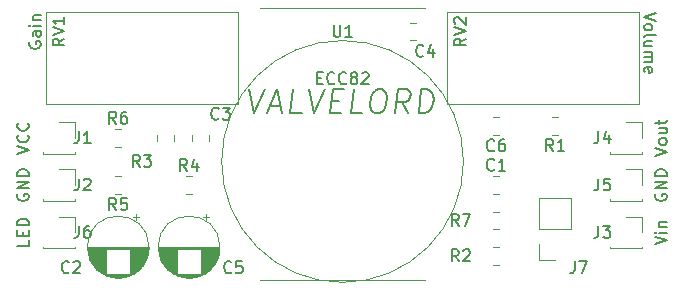
<source format=gbr>
%TF.GenerationSoftware,KiCad,Pcbnew,5.1.9-73d0e3b20d~88~ubuntu20.04.1*%
%TF.CreationDate,2021-05-22T18:00:36+02:00*%
%TF.ProjectId,ValveLord,56616c76-654c-46f7-9264-2e6b69636164,rev?*%
%TF.SameCoordinates,Original*%
%TF.FileFunction,Legend,Top*%
%TF.FilePolarity,Positive*%
%FSLAX46Y46*%
G04 Gerber Fmt 4.6, Leading zero omitted, Abs format (unit mm)*
G04 Created by KiCad (PCBNEW 5.1.9-73d0e3b20d~88~ubuntu20.04.1) date 2021-05-22 18:00:36*
%MOMM*%
%LPD*%
G01*
G04 APERTURE LIST*
%ADD10C,0.120000*%
%ADD11C,0.150000*%
G04 APERTURE END LIST*
D10*
X212000000Y-100000000D02*
X198000000Y-100000000D01*
X212000000Y-123000000D02*
X198000000Y-123000000D01*
D11*
X197109836Y-106904761D02*
X197526502Y-108904761D01*
X198443169Y-106904761D01*
X198836026Y-108333333D02*
X199788407Y-108333333D01*
X198574122Y-108904761D02*
X199490788Y-106904761D01*
X199907455Y-108904761D01*
X201526502Y-108904761D02*
X200574122Y-108904761D01*
X200824122Y-106904761D01*
X202157455Y-106904761D02*
X202574122Y-108904761D01*
X203490788Y-106904761D01*
X204038407Y-107857142D02*
X204705074Y-107857142D01*
X204859836Y-108904761D02*
X203907455Y-108904761D01*
X204157455Y-106904761D01*
X205109836Y-106904761D01*
X206669360Y-108904761D02*
X205716979Y-108904761D01*
X205966979Y-106904761D01*
X207966979Y-106904761D02*
X208347931Y-106904761D01*
X208526502Y-107000000D01*
X208693169Y-107190476D01*
X208740788Y-107571428D01*
X208657455Y-108238095D01*
X208514598Y-108619047D01*
X208300312Y-108809523D01*
X208097931Y-108904761D01*
X207716979Y-108904761D01*
X207538407Y-108809523D01*
X207371741Y-108619047D01*
X207324122Y-108238095D01*
X207407455Y-107571428D01*
X207550312Y-107190476D01*
X207764598Y-107000000D01*
X207966979Y-106904761D01*
X210574122Y-108904761D02*
X210026502Y-107952380D01*
X209431264Y-108904761D02*
X209681264Y-106904761D01*
X210443169Y-106904761D01*
X210621741Y-107000000D01*
X210705074Y-107095238D01*
X210776502Y-107285714D01*
X210740788Y-107571428D01*
X210621741Y-107761904D01*
X210514598Y-107857142D01*
X210312217Y-107952380D01*
X209550312Y-107952380D01*
X211431264Y-108904761D02*
X211681264Y-106904761D01*
X212157455Y-106904761D01*
X212431264Y-107000000D01*
X212597931Y-107190476D01*
X212669360Y-107380952D01*
X212716979Y-107761904D01*
X212681264Y-108047619D01*
X212538407Y-108428571D01*
X212419360Y-108619047D01*
X212205074Y-108809523D01*
X211907455Y-108904761D01*
X211431264Y-108904761D01*
X231547619Y-100404761D02*
X230547619Y-100738095D01*
X231547619Y-101071428D01*
X230547619Y-101547619D02*
X230595238Y-101452380D01*
X230642857Y-101404761D01*
X230738095Y-101357142D01*
X231023809Y-101357142D01*
X231119047Y-101404761D01*
X231166666Y-101452380D01*
X231214285Y-101547619D01*
X231214285Y-101690476D01*
X231166666Y-101785714D01*
X231119047Y-101833333D01*
X231023809Y-101880952D01*
X230738095Y-101880952D01*
X230642857Y-101833333D01*
X230595238Y-101785714D01*
X230547619Y-101690476D01*
X230547619Y-101547619D01*
X230547619Y-102452380D02*
X230595238Y-102357142D01*
X230690476Y-102309523D01*
X231547619Y-102309523D01*
X231214285Y-103261904D02*
X230547619Y-103261904D01*
X231214285Y-102833333D02*
X230690476Y-102833333D01*
X230595238Y-102880952D01*
X230547619Y-102976190D01*
X230547619Y-103119047D01*
X230595238Y-103214285D01*
X230642857Y-103261904D01*
X230547619Y-103738095D02*
X231214285Y-103738095D01*
X231119047Y-103738095D02*
X231166666Y-103785714D01*
X231214285Y-103880952D01*
X231214285Y-104023809D01*
X231166666Y-104119047D01*
X231071428Y-104166666D01*
X230547619Y-104166666D01*
X231071428Y-104166666D02*
X231166666Y-104214285D01*
X231214285Y-104309523D01*
X231214285Y-104452380D01*
X231166666Y-104547619D01*
X231071428Y-104595238D01*
X230547619Y-104595238D01*
X230595238Y-105452380D02*
X230547619Y-105357142D01*
X230547619Y-105166666D01*
X230595238Y-105071428D01*
X230690476Y-105023809D01*
X231071428Y-105023809D01*
X231166666Y-105071428D01*
X231214285Y-105166666D01*
X231214285Y-105357142D01*
X231166666Y-105452380D01*
X231071428Y-105500000D01*
X230976190Y-105500000D01*
X230880952Y-105023809D01*
X178500000Y-102880952D02*
X178452380Y-102976190D01*
X178452380Y-103119047D01*
X178500000Y-103261904D01*
X178595238Y-103357142D01*
X178690476Y-103404761D01*
X178880952Y-103452380D01*
X179023809Y-103452380D01*
X179214285Y-103404761D01*
X179309523Y-103357142D01*
X179404761Y-103261904D01*
X179452380Y-103119047D01*
X179452380Y-103023809D01*
X179404761Y-102880952D01*
X179357142Y-102833333D01*
X179023809Y-102833333D01*
X179023809Y-103023809D01*
X179452380Y-101976190D02*
X178928571Y-101976190D01*
X178833333Y-102023809D01*
X178785714Y-102119047D01*
X178785714Y-102309523D01*
X178833333Y-102404761D01*
X179404761Y-101976190D02*
X179452380Y-102071428D01*
X179452380Y-102309523D01*
X179404761Y-102404761D01*
X179309523Y-102452380D01*
X179214285Y-102452380D01*
X179119047Y-102404761D01*
X179071428Y-102309523D01*
X179071428Y-102071428D01*
X179023809Y-101976190D01*
X179452380Y-101500000D02*
X178785714Y-101500000D01*
X178452380Y-101500000D02*
X178500000Y-101547619D01*
X178547619Y-101500000D01*
X178500000Y-101452380D01*
X178452380Y-101500000D01*
X178547619Y-101500000D01*
X178785714Y-101023809D02*
X179452380Y-101023809D01*
X178880952Y-101023809D02*
X178833333Y-100976190D01*
X178785714Y-100880952D01*
X178785714Y-100738095D01*
X178833333Y-100642857D01*
X178928571Y-100595238D01*
X179452380Y-100595238D01*
D10*
%TO.C,RV2*%
X218380000Y-100380000D02*
X225620000Y-100380000D01*
X213880000Y-100380000D02*
X230120000Y-100380000D01*
X213880000Y-108120000D02*
X230120000Y-108120000D01*
X230120000Y-108120000D02*
X230120000Y-100380000D01*
X213880000Y-108120000D02*
X213880000Y-100380000D01*
%TO.C,RV1*%
X184380000Y-100380000D02*
X191620000Y-100380000D01*
X179880000Y-100380000D02*
X196120000Y-100380000D01*
X179880000Y-108120000D02*
X196120000Y-108120000D01*
X196120000Y-108120000D02*
X196120000Y-100380000D01*
X179880000Y-108120000D02*
X179880000Y-100380000D01*
%TO.C,U1*%
X215239067Y-113000000D02*
G75*
G03*
X215239067Y-113000000I-10239067J0D01*
G01*
%TO.C,J7*%
X223000000Y-121330000D02*
X221670000Y-121330000D01*
X221670000Y-121330000D02*
X221670000Y-120000000D01*
X221670000Y-118730000D02*
X221670000Y-116130000D01*
X224330000Y-116130000D02*
X221670000Y-116130000D01*
X224330000Y-118730000D02*
X224330000Y-116130000D01*
X224330000Y-118730000D02*
X221670000Y-118730000D01*
%TO.C,R4*%
X191772936Y-115735000D02*
X192227064Y-115735000D01*
X191772936Y-114265000D02*
X192227064Y-114265000D01*
%TO.C,R3*%
X189265000Y-110772936D02*
X189265000Y-111227064D01*
X190735000Y-110772936D02*
X190735000Y-111227064D01*
%TO.C,R2*%
X218227064Y-120265000D02*
X217772936Y-120265000D01*
X218227064Y-121735000D02*
X217772936Y-121735000D01*
%TO.C,R1*%
X223227064Y-109265000D02*
X222772936Y-109265000D01*
X223227064Y-110735000D02*
X222772936Y-110735000D01*
%TO.C,C4*%
X211261252Y-101265000D02*
X210738748Y-101265000D01*
X211261252Y-102735000D02*
X210738748Y-102735000D01*
%TO.C,C3*%
X192265000Y-110738748D02*
X192265000Y-111261252D01*
X193735000Y-110738748D02*
X193735000Y-111261252D01*
%TO.C,C1*%
X217738748Y-115735000D02*
X218261252Y-115735000D01*
X217738748Y-114265000D02*
X218261252Y-114265000D01*
%TO.C,R7*%
X218227064Y-117265000D02*
X217772936Y-117265000D01*
X218227064Y-118735000D02*
X217772936Y-118735000D01*
%TO.C,R6*%
X185772936Y-111735000D02*
X186227064Y-111735000D01*
X185772936Y-110265000D02*
X186227064Y-110265000D01*
%TO.C,R5*%
X186227064Y-114265000D02*
X185772936Y-114265000D01*
X186227064Y-115735000D02*
X185772936Y-115735000D01*
%TO.C,J6*%
X181000000Y-117670000D02*
X182330000Y-117670000D01*
X182330000Y-117670000D02*
X182330000Y-119000000D01*
X182330000Y-120210000D02*
X182330000Y-120330000D01*
X179670000Y-120210000D02*
X179670000Y-120330000D01*
X179670000Y-120330000D02*
X182330000Y-120330000D01*
%TO.C,C6*%
X218261252Y-109265000D02*
X217738748Y-109265000D01*
X218261252Y-110735000D02*
X217738748Y-110735000D01*
%TO.C,C5*%
X193725000Y-117695225D02*
X193225000Y-117695225D01*
X193475000Y-117445225D02*
X193475000Y-117945225D01*
X192284000Y-122851000D02*
X191716000Y-122851000D01*
X192518000Y-122811000D02*
X191482000Y-122811000D01*
X192677000Y-122771000D02*
X191323000Y-122771000D01*
X192805000Y-122731000D02*
X191195000Y-122731000D01*
X192915000Y-122691000D02*
X191085000Y-122691000D01*
X193011000Y-122651000D02*
X190989000Y-122651000D01*
X193098000Y-122611000D02*
X190902000Y-122611000D01*
X193178000Y-122571000D02*
X190822000Y-122571000D01*
X190960000Y-122531000D02*
X190749000Y-122531000D01*
X193251000Y-122531000D02*
X193040000Y-122531000D01*
X190960000Y-122491000D02*
X190681000Y-122491000D01*
X193319000Y-122491000D02*
X193040000Y-122491000D01*
X190960000Y-122451000D02*
X190617000Y-122451000D01*
X193383000Y-122451000D02*
X193040000Y-122451000D01*
X190960000Y-122411000D02*
X190557000Y-122411000D01*
X193443000Y-122411000D02*
X193040000Y-122411000D01*
X190960000Y-122371000D02*
X190500000Y-122371000D01*
X193500000Y-122371000D02*
X193040000Y-122371000D01*
X190960000Y-122331000D02*
X190446000Y-122331000D01*
X193554000Y-122331000D02*
X193040000Y-122331000D01*
X190960000Y-122291000D02*
X190395000Y-122291000D01*
X193605000Y-122291000D02*
X193040000Y-122291000D01*
X190960000Y-122251000D02*
X190347000Y-122251000D01*
X193653000Y-122251000D02*
X193040000Y-122251000D01*
X190960000Y-122211000D02*
X190301000Y-122211000D01*
X193699000Y-122211000D02*
X193040000Y-122211000D01*
X190960000Y-122171000D02*
X190257000Y-122171000D01*
X193743000Y-122171000D02*
X193040000Y-122171000D01*
X190960000Y-122131000D02*
X190215000Y-122131000D01*
X193785000Y-122131000D02*
X193040000Y-122131000D01*
X190960000Y-122091000D02*
X190174000Y-122091000D01*
X193826000Y-122091000D02*
X193040000Y-122091000D01*
X190960000Y-122051000D02*
X190136000Y-122051000D01*
X193864000Y-122051000D02*
X193040000Y-122051000D01*
X190960000Y-122011000D02*
X190099000Y-122011000D01*
X193901000Y-122011000D02*
X193040000Y-122011000D01*
X190960000Y-121971000D02*
X190063000Y-121971000D01*
X193937000Y-121971000D02*
X193040000Y-121971000D01*
X190960000Y-121931000D02*
X190029000Y-121931000D01*
X193971000Y-121931000D02*
X193040000Y-121931000D01*
X190960000Y-121891000D02*
X189996000Y-121891000D01*
X194004000Y-121891000D02*
X193040000Y-121891000D01*
X190960000Y-121851000D02*
X189965000Y-121851000D01*
X194035000Y-121851000D02*
X193040000Y-121851000D01*
X190960000Y-121811000D02*
X189935000Y-121811000D01*
X194065000Y-121811000D02*
X193040000Y-121811000D01*
X190960000Y-121771000D02*
X189905000Y-121771000D01*
X194095000Y-121771000D02*
X193040000Y-121771000D01*
X190960000Y-121731000D02*
X189878000Y-121731000D01*
X194122000Y-121731000D02*
X193040000Y-121731000D01*
X190960000Y-121691000D02*
X189851000Y-121691000D01*
X194149000Y-121691000D02*
X193040000Y-121691000D01*
X190960000Y-121651000D02*
X189825000Y-121651000D01*
X194175000Y-121651000D02*
X193040000Y-121651000D01*
X190960000Y-121611000D02*
X189800000Y-121611000D01*
X194200000Y-121611000D02*
X193040000Y-121611000D01*
X190960000Y-121571000D02*
X189776000Y-121571000D01*
X194224000Y-121571000D02*
X193040000Y-121571000D01*
X190960000Y-121531000D02*
X189753000Y-121531000D01*
X194247000Y-121531000D02*
X193040000Y-121531000D01*
X190960000Y-121491000D02*
X189732000Y-121491000D01*
X194268000Y-121491000D02*
X193040000Y-121491000D01*
X190960000Y-121451000D02*
X189710000Y-121451000D01*
X194290000Y-121451000D02*
X193040000Y-121451000D01*
X190960000Y-121411000D02*
X189690000Y-121411000D01*
X194310000Y-121411000D02*
X193040000Y-121411000D01*
X190960000Y-121371000D02*
X189671000Y-121371000D01*
X194329000Y-121371000D02*
X193040000Y-121371000D01*
X190960000Y-121331000D02*
X189652000Y-121331000D01*
X194348000Y-121331000D02*
X193040000Y-121331000D01*
X190960000Y-121291000D02*
X189635000Y-121291000D01*
X194365000Y-121291000D02*
X193040000Y-121291000D01*
X190960000Y-121251000D02*
X189618000Y-121251000D01*
X194382000Y-121251000D02*
X193040000Y-121251000D01*
X190960000Y-121211000D02*
X189602000Y-121211000D01*
X194398000Y-121211000D02*
X193040000Y-121211000D01*
X190960000Y-121171000D02*
X189586000Y-121171000D01*
X194414000Y-121171000D02*
X193040000Y-121171000D01*
X190960000Y-121131000D02*
X189572000Y-121131000D01*
X194428000Y-121131000D02*
X193040000Y-121131000D01*
X190960000Y-121091000D02*
X189558000Y-121091000D01*
X194442000Y-121091000D02*
X193040000Y-121091000D01*
X190960000Y-121051000D02*
X189545000Y-121051000D01*
X194455000Y-121051000D02*
X193040000Y-121051000D01*
X190960000Y-121011000D02*
X189532000Y-121011000D01*
X194468000Y-121011000D02*
X193040000Y-121011000D01*
X190960000Y-120971000D02*
X189520000Y-120971000D01*
X194480000Y-120971000D02*
X193040000Y-120971000D01*
X190960000Y-120930000D02*
X189509000Y-120930000D01*
X194491000Y-120930000D02*
X193040000Y-120930000D01*
X190960000Y-120890000D02*
X189499000Y-120890000D01*
X194501000Y-120890000D02*
X193040000Y-120890000D01*
X190960000Y-120850000D02*
X189489000Y-120850000D01*
X194511000Y-120850000D02*
X193040000Y-120850000D01*
X190960000Y-120810000D02*
X189480000Y-120810000D01*
X194520000Y-120810000D02*
X193040000Y-120810000D01*
X190960000Y-120770000D02*
X189472000Y-120770000D01*
X194528000Y-120770000D02*
X193040000Y-120770000D01*
X190960000Y-120730000D02*
X189464000Y-120730000D01*
X194536000Y-120730000D02*
X193040000Y-120730000D01*
X190960000Y-120690000D02*
X189457000Y-120690000D01*
X194543000Y-120690000D02*
X193040000Y-120690000D01*
X190960000Y-120650000D02*
X189450000Y-120650000D01*
X194550000Y-120650000D02*
X193040000Y-120650000D01*
X190960000Y-120610000D02*
X189444000Y-120610000D01*
X194556000Y-120610000D02*
X193040000Y-120610000D01*
X190960000Y-120570000D02*
X189439000Y-120570000D01*
X194561000Y-120570000D02*
X193040000Y-120570000D01*
X190960000Y-120530000D02*
X189435000Y-120530000D01*
X194565000Y-120530000D02*
X193040000Y-120530000D01*
X190960000Y-120490000D02*
X189431000Y-120490000D01*
X194569000Y-120490000D02*
X193040000Y-120490000D01*
X194573000Y-120450000D02*
X189427000Y-120450000D01*
X194576000Y-120410000D02*
X189424000Y-120410000D01*
X194578000Y-120370000D02*
X189422000Y-120370000D01*
X194579000Y-120330000D02*
X189421000Y-120330000D01*
X194580000Y-120290000D02*
X189420000Y-120290000D01*
X194580000Y-120250000D02*
X189420000Y-120250000D01*
X194620000Y-120250000D02*
G75*
G03*
X194620000Y-120250000I-2620000J0D01*
G01*
%TO.C,J5*%
X229000000Y-113670000D02*
X230330000Y-113670000D01*
X230330000Y-113670000D02*
X230330000Y-115000000D01*
X230330000Y-116210000D02*
X230330000Y-116330000D01*
X227670000Y-116210000D02*
X227670000Y-116330000D01*
X227670000Y-116330000D02*
X230330000Y-116330000D01*
%TO.C,J3*%
X227670000Y-120330000D02*
X230330000Y-120330000D01*
X227670000Y-120210000D02*
X227670000Y-120330000D01*
X230330000Y-120210000D02*
X230330000Y-120330000D01*
X230330000Y-117670000D02*
X230330000Y-119000000D01*
X229000000Y-117670000D02*
X230330000Y-117670000D01*
%TO.C,J1*%
X179670000Y-112330000D02*
X182330000Y-112330000D01*
X179670000Y-112210000D02*
X179670000Y-112330000D01*
X182330000Y-112210000D02*
X182330000Y-112330000D01*
X182330000Y-109670000D02*
X182330000Y-111000000D01*
X181000000Y-109670000D02*
X182330000Y-109670000D01*
%TO.C,J2*%
X179670000Y-116330000D02*
X182330000Y-116330000D01*
X179670000Y-116210000D02*
X179670000Y-116330000D01*
X182330000Y-116210000D02*
X182330000Y-116330000D01*
X182330000Y-113670000D02*
X182330000Y-115000000D01*
X181000000Y-113670000D02*
X182330000Y-113670000D01*
%TO.C,J4*%
X227670000Y-112330000D02*
X230330000Y-112330000D01*
X227670000Y-112210000D02*
X227670000Y-112330000D01*
X230330000Y-112210000D02*
X230330000Y-112330000D01*
X230330000Y-109670000D02*
X230330000Y-111000000D01*
X229000000Y-109670000D02*
X230330000Y-109670000D01*
%TO.C,C2*%
X187725000Y-117695225D02*
X187225000Y-117695225D01*
X187475000Y-117445225D02*
X187475000Y-117945225D01*
X186284000Y-122851000D02*
X185716000Y-122851000D01*
X186518000Y-122811000D02*
X185482000Y-122811000D01*
X186677000Y-122771000D02*
X185323000Y-122771000D01*
X186805000Y-122731000D02*
X185195000Y-122731000D01*
X186915000Y-122691000D02*
X185085000Y-122691000D01*
X187011000Y-122651000D02*
X184989000Y-122651000D01*
X187098000Y-122611000D02*
X184902000Y-122611000D01*
X187178000Y-122571000D02*
X184822000Y-122571000D01*
X184960000Y-122531000D02*
X184749000Y-122531000D01*
X187251000Y-122531000D02*
X187040000Y-122531000D01*
X184960000Y-122491000D02*
X184681000Y-122491000D01*
X187319000Y-122491000D02*
X187040000Y-122491000D01*
X184960000Y-122451000D02*
X184617000Y-122451000D01*
X187383000Y-122451000D02*
X187040000Y-122451000D01*
X184960000Y-122411000D02*
X184557000Y-122411000D01*
X187443000Y-122411000D02*
X187040000Y-122411000D01*
X184960000Y-122371000D02*
X184500000Y-122371000D01*
X187500000Y-122371000D02*
X187040000Y-122371000D01*
X184960000Y-122331000D02*
X184446000Y-122331000D01*
X187554000Y-122331000D02*
X187040000Y-122331000D01*
X184960000Y-122291000D02*
X184395000Y-122291000D01*
X187605000Y-122291000D02*
X187040000Y-122291000D01*
X184960000Y-122251000D02*
X184347000Y-122251000D01*
X187653000Y-122251000D02*
X187040000Y-122251000D01*
X184960000Y-122211000D02*
X184301000Y-122211000D01*
X187699000Y-122211000D02*
X187040000Y-122211000D01*
X184960000Y-122171000D02*
X184257000Y-122171000D01*
X187743000Y-122171000D02*
X187040000Y-122171000D01*
X184960000Y-122131000D02*
X184215000Y-122131000D01*
X187785000Y-122131000D02*
X187040000Y-122131000D01*
X184960000Y-122091000D02*
X184174000Y-122091000D01*
X187826000Y-122091000D02*
X187040000Y-122091000D01*
X184960000Y-122051000D02*
X184136000Y-122051000D01*
X187864000Y-122051000D02*
X187040000Y-122051000D01*
X184960000Y-122011000D02*
X184099000Y-122011000D01*
X187901000Y-122011000D02*
X187040000Y-122011000D01*
X184960000Y-121971000D02*
X184063000Y-121971000D01*
X187937000Y-121971000D02*
X187040000Y-121971000D01*
X184960000Y-121931000D02*
X184029000Y-121931000D01*
X187971000Y-121931000D02*
X187040000Y-121931000D01*
X184960000Y-121891000D02*
X183996000Y-121891000D01*
X188004000Y-121891000D02*
X187040000Y-121891000D01*
X184960000Y-121851000D02*
X183965000Y-121851000D01*
X188035000Y-121851000D02*
X187040000Y-121851000D01*
X184960000Y-121811000D02*
X183935000Y-121811000D01*
X188065000Y-121811000D02*
X187040000Y-121811000D01*
X184960000Y-121771000D02*
X183905000Y-121771000D01*
X188095000Y-121771000D02*
X187040000Y-121771000D01*
X184960000Y-121731000D02*
X183878000Y-121731000D01*
X188122000Y-121731000D02*
X187040000Y-121731000D01*
X184960000Y-121691000D02*
X183851000Y-121691000D01*
X188149000Y-121691000D02*
X187040000Y-121691000D01*
X184960000Y-121651000D02*
X183825000Y-121651000D01*
X188175000Y-121651000D02*
X187040000Y-121651000D01*
X184960000Y-121611000D02*
X183800000Y-121611000D01*
X188200000Y-121611000D02*
X187040000Y-121611000D01*
X184960000Y-121571000D02*
X183776000Y-121571000D01*
X188224000Y-121571000D02*
X187040000Y-121571000D01*
X184960000Y-121531000D02*
X183753000Y-121531000D01*
X188247000Y-121531000D02*
X187040000Y-121531000D01*
X184960000Y-121491000D02*
X183732000Y-121491000D01*
X188268000Y-121491000D02*
X187040000Y-121491000D01*
X184960000Y-121451000D02*
X183710000Y-121451000D01*
X188290000Y-121451000D02*
X187040000Y-121451000D01*
X184960000Y-121411000D02*
X183690000Y-121411000D01*
X188310000Y-121411000D02*
X187040000Y-121411000D01*
X184960000Y-121371000D02*
X183671000Y-121371000D01*
X188329000Y-121371000D02*
X187040000Y-121371000D01*
X184960000Y-121331000D02*
X183652000Y-121331000D01*
X188348000Y-121331000D02*
X187040000Y-121331000D01*
X184960000Y-121291000D02*
X183635000Y-121291000D01*
X188365000Y-121291000D02*
X187040000Y-121291000D01*
X184960000Y-121251000D02*
X183618000Y-121251000D01*
X188382000Y-121251000D02*
X187040000Y-121251000D01*
X184960000Y-121211000D02*
X183602000Y-121211000D01*
X188398000Y-121211000D02*
X187040000Y-121211000D01*
X184960000Y-121171000D02*
X183586000Y-121171000D01*
X188414000Y-121171000D02*
X187040000Y-121171000D01*
X184960000Y-121131000D02*
X183572000Y-121131000D01*
X188428000Y-121131000D02*
X187040000Y-121131000D01*
X184960000Y-121091000D02*
X183558000Y-121091000D01*
X188442000Y-121091000D02*
X187040000Y-121091000D01*
X184960000Y-121051000D02*
X183545000Y-121051000D01*
X188455000Y-121051000D02*
X187040000Y-121051000D01*
X184960000Y-121011000D02*
X183532000Y-121011000D01*
X188468000Y-121011000D02*
X187040000Y-121011000D01*
X184960000Y-120971000D02*
X183520000Y-120971000D01*
X188480000Y-120971000D02*
X187040000Y-120971000D01*
X184960000Y-120930000D02*
X183509000Y-120930000D01*
X188491000Y-120930000D02*
X187040000Y-120930000D01*
X184960000Y-120890000D02*
X183499000Y-120890000D01*
X188501000Y-120890000D02*
X187040000Y-120890000D01*
X184960000Y-120850000D02*
X183489000Y-120850000D01*
X188511000Y-120850000D02*
X187040000Y-120850000D01*
X184960000Y-120810000D02*
X183480000Y-120810000D01*
X188520000Y-120810000D02*
X187040000Y-120810000D01*
X184960000Y-120770000D02*
X183472000Y-120770000D01*
X188528000Y-120770000D02*
X187040000Y-120770000D01*
X184960000Y-120730000D02*
X183464000Y-120730000D01*
X188536000Y-120730000D02*
X187040000Y-120730000D01*
X184960000Y-120690000D02*
X183457000Y-120690000D01*
X188543000Y-120690000D02*
X187040000Y-120690000D01*
X184960000Y-120650000D02*
X183450000Y-120650000D01*
X188550000Y-120650000D02*
X187040000Y-120650000D01*
X184960000Y-120610000D02*
X183444000Y-120610000D01*
X188556000Y-120610000D02*
X187040000Y-120610000D01*
X184960000Y-120570000D02*
X183439000Y-120570000D01*
X188561000Y-120570000D02*
X187040000Y-120570000D01*
X184960000Y-120530000D02*
X183435000Y-120530000D01*
X188565000Y-120530000D02*
X187040000Y-120530000D01*
X184960000Y-120490000D02*
X183431000Y-120490000D01*
X188569000Y-120490000D02*
X187040000Y-120490000D01*
X188573000Y-120450000D02*
X183427000Y-120450000D01*
X188576000Y-120410000D02*
X183424000Y-120410000D01*
X188578000Y-120370000D02*
X183422000Y-120370000D01*
X188579000Y-120330000D02*
X183421000Y-120330000D01*
X188580000Y-120290000D02*
X183420000Y-120290000D01*
X188580000Y-120250000D02*
X183420000Y-120250000D01*
X188620000Y-120250000D02*
G75*
G03*
X188620000Y-120250000I-2620000J0D01*
G01*
%TO.C,RV2*%
D11*
X215452380Y-102595238D02*
X214976190Y-102928571D01*
X215452380Y-103166666D02*
X214452380Y-103166666D01*
X214452380Y-102785714D01*
X214500000Y-102690476D01*
X214547619Y-102642857D01*
X214642857Y-102595238D01*
X214785714Y-102595238D01*
X214880952Y-102642857D01*
X214928571Y-102690476D01*
X214976190Y-102785714D01*
X214976190Y-103166666D01*
X214452380Y-102309523D02*
X215452380Y-101976190D01*
X214452380Y-101642857D01*
X214547619Y-101357142D02*
X214500000Y-101309523D01*
X214452380Y-101214285D01*
X214452380Y-100976190D01*
X214500000Y-100880952D01*
X214547619Y-100833333D01*
X214642857Y-100785714D01*
X214738095Y-100785714D01*
X214880952Y-100833333D01*
X215452380Y-101404761D01*
X215452380Y-100785714D01*
%TO.C,RV1*%
X181452380Y-102595238D02*
X180976190Y-102928571D01*
X181452380Y-103166666D02*
X180452380Y-103166666D01*
X180452380Y-102785714D01*
X180500000Y-102690476D01*
X180547619Y-102642857D01*
X180642857Y-102595238D01*
X180785714Y-102595238D01*
X180880952Y-102642857D01*
X180928571Y-102690476D01*
X180976190Y-102785714D01*
X180976190Y-103166666D01*
X180452380Y-102309523D02*
X181452380Y-101976190D01*
X180452380Y-101642857D01*
X181452380Y-100785714D02*
X181452380Y-101357142D01*
X181452380Y-101071428D02*
X180452380Y-101071428D01*
X180595238Y-101166666D01*
X180690476Y-101261904D01*
X180738095Y-101357142D01*
%TO.C,U1*%
X204238095Y-101452380D02*
X204238095Y-102261904D01*
X204285714Y-102357142D01*
X204333333Y-102404761D01*
X204428571Y-102452380D01*
X204619047Y-102452380D01*
X204714285Y-102404761D01*
X204761904Y-102357142D01*
X204809523Y-102261904D01*
X204809523Y-101452380D01*
X205809523Y-102452380D02*
X205238095Y-102452380D01*
X205523809Y-102452380D02*
X205523809Y-101452380D01*
X205428571Y-101595238D01*
X205333333Y-101690476D01*
X205238095Y-101738095D01*
X202833333Y-105928571D02*
X203166666Y-105928571D01*
X203309523Y-106452380D02*
X202833333Y-106452380D01*
X202833333Y-105452380D01*
X203309523Y-105452380D01*
X204309523Y-106357142D02*
X204261904Y-106404761D01*
X204119047Y-106452380D01*
X204023809Y-106452380D01*
X203880952Y-106404761D01*
X203785714Y-106309523D01*
X203738095Y-106214285D01*
X203690476Y-106023809D01*
X203690476Y-105880952D01*
X203738095Y-105690476D01*
X203785714Y-105595238D01*
X203880952Y-105500000D01*
X204023809Y-105452380D01*
X204119047Y-105452380D01*
X204261904Y-105500000D01*
X204309523Y-105547619D01*
X205309523Y-106357142D02*
X205261904Y-106404761D01*
X205119047Y-106452380D01*
X205023809Y-106452380D01*
X204880952Y-106404761D01*
X204785714Y-106309523D01*
X204738095Y-106214285D01*
X204690476Y-106023809D01*
X204690476Y-105880952D01*
X204738095Y-105690476D01*
X204785714Y-105595238D01*
X204880952Y-105500000D01*
X205023809Y-105452380D01*
X205119047Y-105452380D01*
X205261904Y-105500000D01*
X205309523Y-105547619D01*
X205880952Y-105880952D02*
X205785714Y-105833333D01*
X205738095Y-105785714D01*
X205690476Y-105690476D01*
X205690476Y-105642857D01*
X205738095Y-105547619D01*
X205785714Y-105500000D01*
X205880952Y-105452380D01*
X206071428Y-105452380D01*
X206166666Y-105500000D01*
X206214285Y-105547619D01*
X206261904Y-105642857D01*
X206261904Y-105690476D01*
X206214285Y-105785714D01*
X206166666Y-105833333D01*
X206071428Y-105880952D01*
X205880952Y-105880952D01*
X205785714Y-105928571D01*
X205738095Y-105976190D01*
X205690476Y-106071428D01*
X205690476Y-106261904D01*
X205738095Y-106357142D01*
X205785714Y-106404761D01*
X205880952Y-106452380D01*
X206071428Y-106452380D01*
X206166666Y-106404761D01*
X206214285Y-106357142D01*
X206261904Y-106261904D01*
X206261904Y-106071428D01*
X206214285Y-105976190D01*
X206166666Y-105928571D01*
X206071428Y-105880952D01*
X206642857Y-105547619D02*
X206690476Y-105500000D01*
X206785714Y-105452380D01*
X207023809Y-105452380D01*
X207119047Y-105500000D01*
X207166666Y-105547619D01*
X207214285Y-105642857D01*
X207214285Y-105738095D01*
X207166666Y-105880952D01*
X206595238Y-106452380D01*
X207214285Y-106452380D01*
%TO.C,J7*%
X224666666Y-121452380D02*
X224666666Y-122166666D01*
X224619047Y-122309523D01*
X224523809Y-122404761D01*
X224380952Y-122452380D01*
X224285714Y-122452380D01*
X225047619Y-121452380D02*
X225714285Y-121452380D01*
X225285714Y-122452380D01*
%TO.C,R4*%
X191833333Y-113802380D02*
X191500000Y-113326190D01*
X191261904Y-113802380D02*
X191261904Y-112802380D01*
X191642857Y-112802380D01*
X191738095Y-112850000D01*
X191785714Y-112897619D01*
X191833333Y-112992857D01*
X191833333Y-113135714D01*
X191785714Y-113230952D01*
X191738095Y-113278571D01*
X191642857Y-113326190D01*
X191261904Y-113326190D01*
X192690476Y-113135714D02*
X192690476Y-113802380D01*
X192452380Y-112754761D02*
X192214285Y-113469047D01*
X192833333Y-113469047D01*
%TO.C,R3*%
X187833333Y-113452380D02*
X187500000Y-112976190D01*
X187261904Y-113452380D02*
X187261904Y-112452380D01*
X187642857Y-112452380D01*
X187738095Y-112500000D01*
X187785714Y-112547619D01*
X187833333Y-112642857D01*
X187833333Y-112785714D01*
X187785714Y-112880952D01*
X187738095Y-112928571D01*
X187642857Y-112976190D01*
X187261904Y-112976190D01*
X188166666Y-112452380D02*
X188785714Y-112452380D01*
X188452380Y-112833333D01*
X188595238Y-112833333D01*
X188690476Y-112880952D01*
X188738095Y-112928571D01*
X188785714Y-113023809D01*
X188785714Y-113261904D01*
X188738095Y-113357142D01*
X188690476Y-113404761D01*
X188595238Y-113452380D01*
X188309523Y-113452380D01*
X188214285Y-113404761D01*
X188166666Y-113357142D01*
%TO.C,R2*%
X214833333Y-121452380D02*
X214500000Y-120976190D01*
X214261904Y-121452380D02*
X214261904Y-120452380D01*
X214642857Y-120452380D01*
X214738095Y-120500000D01*
X214785714Y-120547619D01*
X214833333Y-120642857D01*
X214833333Y-120785714D01*
X214785714Y-120880952D01*
X214738095Y-120928571D01*
X214642857Y-120976190D01*
X214261904Y-120976190D01*
X215214285Y-120547619D02*
X215261904Y-120500000D01*
X215357142Y-120452380D01*
X215595238Y-120452380D01*
X215690476Y-120500000D01*
X215738095Y-120547619D01*
X215785714Y-120642857D01*
X215785714Y-120738095D01*
X215738095Y-120880952D01*
X215166666Y-121452380D01*
X215785714Y-121452380D01*
%TO.C,R1*%
X222833333Y-112102380D02*
X222500000Y-111626190D01*
X222261904Y-112102380D02*
X222261904Y-111102380D01*
X222642857Y-111102380D01*
X222738095Y-111150000D01*
X222785714Y-111197619D01*
X222833333Y-111292857D01*
X222833333Y-111435714D01*
X222785714Y-111530952D01*
X222738095Y-111578571D01*
X222642857Y-111626190D01*
X222261904Y-111626190D01*
X223785714Y-112102380D02*
X223214285Y-112102380D01*
X223500000Y-112102380D02*
X223500000Y-111102380D01*
X223404761Y-111245238D01*
X223309523Y-111340476D01*
X223214285Y-111388095D01*
%TO.C,C4*%
X211833333Y-104037142D02*
X211785714Y-104084761D01*
X211642857Y-104132380D01*
X211547619Y-104132380D01*
X211404761Y-104084761D01*
X211309523Y-103989523D01*
X211261904Y-103894285D01*
X211214285Y-103703809D01*
X211214285Y-103560952D01*
X211261904Y-103370476D01*
X211309523Y-103275238D01*
X211404761Y-103180000D01*
X211547619Y-103132380D01*
X211642857Y-103132380D01*
X211785714Y-103180000D01*
X211833333Y-103227619D01*
X212690476Y-103465714D02*
X212690476Y-104132380D01*
X212452380Y-103084761D02*
X212214285Y-103799047D01*
X212833333Y-103799047D01*
%TO.C,C3*%
X194513333Y-109357142D02*
X194465714Y-109404761D01*
X194322857Y-109452380D01*
X194227619Y-109452380D01*
X194084761Y-109404761D01*
X193989523Y-109309523D01*
X193941904Y-109214285D01*
X193894285Y-109023809D01*
X193894285Y-108880952D01*
X193941904Y-108690476D01*
X193989523Y-108595238D01*
X194084761Y-108500000D01*
X194227619Y-108452380D01*
X194322857Y-108452380D01*
X194465714Y-108500000D01*
X194513333Y-108547619D01*
X194846666Y-108452380D02*
X195465714Y-108452380D01*
X195132380Y-108833333D01*
X195275238Y-108833333D01*
X195370476Y-108880952D01*
X195418095Y-108928571D01*
X195465714Y-109023809D01*
X195465714Y-109261904D01*
X195418095Y-109357142D01*
X195370476Y-109404761D01*
X195275238Y-109452380D01*
X194989523Y-109452380D01*
X194894285Y-109404761D01*
X194846666Y-109357142D01*
%TO.C,C1*%
X217833333Y-113677142D02*
X217785714Y-113724761D01*
X217642857Y-113772380D01*
X217547619Y-113772380D01*
X217404761Y-113724761D01*
X217309523Y-113629523D01*
X217261904Y-113534285D01*
X217214285Y-113343809D01*
X217214285Y-113200952D01*
X217261904Y-113010476D01*
X217309523Y-112915238D01*
X217404761Y-112820000D01*
X217547619Y-112772380D01*
X217642857Y-112772380D01*
X217785714Y-112820000D01*
X217833333Y-112867619D01*
X218785714Y-113772380D02*
X218214285Y-113772380D01*
X218500000Y-113772380D02*
X218500000Y-112772380D01*
X218404761Y-112915238D01*
X218309523Y-113010476D01*
X218214285Y-113058095D01*
%TO.C,R7*%
X214833333Y-118452380D02*
X214500000Y-117976190D01*
X214261904Y-118452380D02*
X214261904Y-117452380D01*
X214642857Y-117452380D01*
X214738095Y-117500000D01*
X214785714Y-117547619D01*
X214833333Y-117642857D01*
X214833333Y-117785714D01*
X214785714Y-117880952D01*
X214738095Y-117928571D01*
X214642857Y-117976190D01*
X214261904Y-117976190D01*
X215166666Y-117452380D02*
X215833333Y-117452380D01*
X215404761Y-118452380D01*
%TO.C,R6*%
X185833333Y-109802380D02*
X185500000Y-109326190D01*
X185261904Y-109802380D02*
X185261904Y-108802380D01*
X185642857Y-108802380D01*
X185738095Y-108850000D01*
X185785714Y-108897619D01*
X185833333Y-108992857D01*
X185833333Y-109135714D01*
X185785714Y-109230952D01*
X185738095Y-109278571D01*
X185642857Y-109326190D01*
X185261904Y-109326190D01*
X186690476Y-108802380D02*
X186500000Y-108802380D01*
X186404761Y-108850000D01*
X186357142Y-108897619D01*
X186261904Y-109040476D01*
X186214285Y-109230952D01*
X186214285Y-109611904D01*
X186261904Y-109707142D01*
X186309523Y-109754761D01*
X186404761Y-109802380D01*
X186595238Y-109802380D01*
X186690476Y-109754761D01*
X186738095Y-109707142D01*
X186785714Y-109611904D01*
X186785714Y-109373809D01*
X186738095Y-109278571D01*
X186690476Y-109230952D01*
X186595238Y-109183333D01*
X186404761Y-109183333D01*
X186309523Y-109230952D01*
X186261904Y-109278571D01*
X186214285Y-109373809D01*
%TO.C,R5*%
X185833333Y-117102380D02*
X185500000Y-116626190D01*
X185261904Y-117102380D02*
X185261904Y-116102380D01*
X185642857Y-116102380D01*
X185738095Y-116150000D01*
X185785714Y-116197619D01*
X185833333Y-116292857D01*
X185833333Y-116435714D01*
X185785714Y-116530952D01*
X185738095Y-116578571D01*
X185642857Y-116626190D01*
X185261904Y-116626190D01*
X186738095Y-116102380D02*
X186261904Y-116102380D01*
X186214285Y-116578571D01*
X186261904Y-116530952D01*
X186357142Y-116483333D01*
X186595238Y-116483333D01*
X186690476Y-116530952D01*
X186738095Y-116578571D01*
X186785714Y-116673809D01*
X186785714Y-116911904D01*
X186738095Y-117007142D01*
X186690476Y-117054761D01*
X186595238Y-117102380D01*
X186357142Y-117102380D01*
X186261904Y-117054761D01*
X186214285Y-117007142D01*
%TO.C,J6*%
X182666666Y-118452380D02*
X182666666Y-119166666D01*
X182619047Y-119309523D01*
X182523809Y-119404761D01*
X182380952Y-119452380D01*
X182285714Y-119452380D01*
X183571428Y-118452380D02*
X183380952Y-118452380D01*
X183285714Y-118500000D01*
X183238095Y-118547619D01*
X183142857Y-118690476D01*
X183095238Y-118880952D01*
X183095238Y-119261904D01*
X183142857Y-119357142D01*
X183190476Y-119404761D01*
X183285714Y-119452380D01*
X183476190Y-119452380D01*
X183571428Y-119404761D01*
X183619047Y-119357142D01*
X183666666Y-119261904D01*
X183666666Y-119023809D01*
X183619047Y-118928571D01*
X183571428Y-118880952D01*
X183476190Y-118833333D01*
X183285714Y-118833333D01*
X183190476Y-118880952D01*
X183142857Y-118928571D01*
X183095238Y-119023809D01*
X178452380Y-119642857D02*
X178452380Y-120119047D01*
X177452380Y-120119047D01*
X177928571Y-119309523D02*
X177928571Y-118976190D01*
X178452380Y-118833333D02*
X178452380Y-119309523D01*
X177452380Y-119309523D01*
X177452380Y-118833333D01*
X178452380Y-118404761D02*
X177452380Y-118404761D01*
X177452380Y-118166666D01*
X177500000Y-118023809D01*
X177595238Y-117928571D01*
X177690476Y-117880952D01*
X177880952Y-117833333D01*
X178023809Y-117833333D01*
X178214285Y-117880952D01*
X178309523Y-117928571D01*
X178404761Y-118023809D01*
X178452380Y-118166666D01*
X178452380Y-118404761D01*
%TO.C,C6*%
X217833333Y-112037142D02*
X217785714Y-112084761D01*
X217642857Y-112132380D01*
X217547619Y-112132380D01*
X217404761Y-112084761D01*
X217309523Y-111989523D01*
X217261904Y-111894285D01*
X217214285Y-111703809D01*
X217214285Y-111560952D01*
X217261904Y-111370476D01*
X217309523Y-111275238D01*
X217404761Y-111180000D01*
X217547619Y-111132380D01*
X217642857Y-111132380D01*
X217785714Y-111180000D01*
X217833333Y-111227619D01*
X218690476Y-111132380D02*
X218500000Y-111132380D01*
X218404761Y-111180000D01*
X218357142Y-111227619D01*
X218261904Y-111370476D01*
X218214285Y-111560952D01*
X218214285Y-111941904D01*
X218261904Y-112037142D01*
X218309523Y-112084761D01*
X218404761Y-112132380D01*
X218595238Y-112132380D01*
X218690476Y-112084761D01*
X218738095Y-112037142D01*
X218785714Y-111941904D01*
X218785714Y-111703809D01*
X218738095Y-111608571D01*
X218690476Y-111560952D01*
X218595238Y-111513333D01*
X218404761Y-111513333D01*
X218309523Y-111560952D01*
X218261904Y-111608571D01*
X218214285Y-111703809D01*
%TO.C,C5*%
X195583333Y-122357142D02*
X195535714Y-122404761D01*
X195392857Y-122452380D01*
X195297619Y-122452380D01*
X195154761Y-122404761D01*
X195059523Y-122309523D01*
X195011904Y-122214285D01*
X194964285Y-122023809D01*
X194964285Y-121880952D01*
X195011904Y-121690476D01*
X195059523Y-121595238D01*
X195154761Y-121500000D01*
X195297619Y-121452380D01*
X195392857Y-121452380D01*
X195535714Y-121500000D01*
X195583333Y-121547619D01*
X196488095Y-121452380D02*
X196011904Y-121452380D01*
X195964285Y-121928571D01*
X196011904Y-121880952D01*
X196107142Y-121833333D01*
X196345238Y-121833333D01*
X196440476Y-121880952D01*
X196488095Y-121928571D01*
X196535714Y-122023809D01*
X196535714Y-122261904D01*
X196488095Y-122357142D01*
X196440476Y-122404761D01*
X196345238Y-122452380D01*
X196107142Y-122452380D01*
X196011904Y-122404761D01*
X195964285Y-122357142D01*
%TO.C,J5*%
X226666666Y-114452380D02*
X226666666Y-115166666D01*
X226619047Y-115309523D01*
X226523809Y-115404761D01*
X226380952Y-115452380D01*
X226285714Y-115452380D01*
X227619047Y-114452380D02*
X227142857Y-114452380D01*
X227095238Y-114928571D01*
X227142857Y-114880952D01*
X227238095Y-114833333D01*
X227476190Y-114833333D01*
X227571428Y-114880952D01*
X227619047Y-114928571D01*
X227666666Y-115023809D01*
X227666666Y-115261904D01*
X227619047Y-115357142D01*
X227571428Y-115404761D01*
X227476190Y-115452380D01*
X227238095Y-115452380D01*
X227142857Y-115404761D01*
X227095238Y-115357142D01*
X231500000Y-115761904D02*
X231452380Y-115857142D01*
X231452380Y-116000000D01*
X231500000Y-116142857D01*
X231595238Y-116238095D01*
X231690476Y-116285714D01*
X231880952Y-116333333D01*
X232023809Y-116333333D01*
X232214285Y-116285714D01*
X232309523Y-116238095D01*
X232404761Y-116142857D01*
X232452380Y-116000000D01*
X232452380Y-115904761D01*
X232404761Y-115761904D01*
X232357142Y-115714285D01*
X232023809Y-115714285D01*
X232023809Y-115904761D01*
X232452380Y-115285714D02*
X231452380Y-115285714D01*
X232452380Y-114714285D01*
X231452380Y-114714285D01*
X232452380Y-114238095D02*
X231452380Y-114238095D01*
X231452380Y-114000000D01*
X231500000Y-113857142D01*
X231595238Y-113761904D01*
X231690476Y-113714285D01*
X231880952Y-113666666D01*
X232023809Y-113666666D01*
X232214285Y-113714285D01*
X232309523Y-113761904D01*
X232404761Y-113857142D01*
X232452380Y-114000000D01*
X232452380Y-114238095D01*
%TO.C,J3*%
X226666666Y-118452380D02*
X226666666Y-119166666D01*
X226619047Y-119309523D01*
X226523809Y-119404761D01*
X226380952Y-119452380D01*
X226285714Y-119452380D01*
X227047619Y-118452380D02*
X227666666Y-118452380D01*
X227333333Y-118833333D01*
X227476190Y-118833333D01*
X227571428Y-118880952D01*
X227619047Y-118928571D01*
X227666666Y-119023809D01*
X227666666Y-119261904D01*
X227619047Y-119357142D01*
X227571428Y-119404761D01*
X227476190Y-119452380D01*
X227190476Y-119452380D01*
X227095238Y-119404761D01*
X227047619Y-119357142D01*
X231452380Y-120023809D02*
X232452380Y-119690476D01*
X231452380Y-119357142D01*
X232452380Y-119023809D02*
X231785714Y-119023809D01*
X231452380Y-119023809D02*
X231500000Y-119071428D01*
X231547619Y-119023809D01*
X231500000Y-118976190D01*
X231452380Y-119023809D01*
X231547619Y-119023809D01*
X231785714Y-118547619D02*
X232452380Y-118547619D01*
X231880952Y-118547619D02*
X231833333Y-118500000D01*
X231785714Y-118404761D01*
X231785714Y-118261904D01*
X231833333Y-118166666D01*
X231928571Y-118119047D01*
X232452380Y-118119047D01*
%TO.C,J1*%
X182666666Y-110452380D02*
X182666666Y-111166666D01*
X182619047Y-111309523D01*
X182523809Y-111404761D01*
X182380952Y-111452380D01*
X182285714Y-111452380D01*
X183666666Y-111452380D02*
X183095238Y-111452380D01*
X183380952Y-111452380D02*
X183380952Y-110452380D01*
X183285714Y-110595238D01*
X183190476Y-110690476D01*
X183095238Y-110738095D01*
X177452380Y-112333333D02*
X178452380Y-112000000D01*
X177452380Y-111666666D01*
X178357142Y-110761904D02*
X178404761Y-110809523D01*
X178452380Y-110952380D01*
X178452380Y-111047619D01*
X178404761Y-111190476D01*
X178309523Y-111285714D01*
X178214285Y-111333333D01*
X178023809Y-111380952D01*
X177880952Y-111380952D01*
X177690476Y-111333333D01*
X177595238Y-111285714D01*
X177500000Y-111190476D01*
X177452380Y-111047619D01*
X177452380Y-110952380D01*
X177500000Y-110809523D01*
X177547619Y-110761904D01*
X178357142Y-109761904D02*
X178404761Y-109809523D01*
X178452380Y-109952380D01*
X178452380Y-110047619D01*
X178404761Y-110190476D01*
X178309523Y-110285714D01*
X178214285Y-110333333D01*
X178023809Y-110380952D01*
X177880952Y-110380952D01*
X177690476Y-110333333D01*
X177595238Y-110285714D01*
X177500000Y-110190476D01*
X177452380Y-110047619D01*
X177452380Y-109952380D01*
X177500000Y-109809523D01*
X177547619Y-109761904D01*
%TO.C,J2*%
X182666666Y-114452380D02*
X182666666Y-115166666D01*
X182619047Y-115309523D01*
X182523809Y-115404761D01*
X182380952Y-115452380D01*
X182285714Y-115452380D01*
X183095238Y-114547619D02*
X183142857Y-114500000D01*
X183238095Y-114452380D01*
X183476190Y-114452380D01*
X183571428Y-114500000D01*
X183619047Y-114547619D01*
X183666666Y-114642857D01*
X183666666Y-114738095D01*
X183619047Y-114880952D01*
X183047619Y-115452380D01*
X183666666Y-115452380D01*
X177500000Y-115761904D02*
X177452380Y-115857142D01*
X177452380Y-116000000D01*
X177500000Y-116142857D01*
X177595238Y-116238095D01*
X177690476Y-116285714D01*
X177880952Y-116333333D01*
X178023809Y-116333333D01*
X178214285Y-116285714D01*
X178309523Y-116238095D01*
X178404761Y-116142857D01*
X178452380Y-116000000D01*
X178452380Y-115904761D01*
X178404761Y-115761904D01*
X178357142Y-115714285D01*
X178023809Y-115714285D01*
X178023809Y-115904761D01*
X178452380Y-115285714D02*
X177452380Y-115285714D01*
X178452380Y-114714285D01*
X177452380Y-114714285D01*
X178452380Y-114238095D02*
X177452380Y-114238095D01*
X177452380Y-114000000D01*
X177500000Y-113857142D01*
X177595238Y-113761904D01*
X177690476Y-113714285D01*
X177880952Y-113666666D01*
X178023809Y-113666666D01*
X178214285Y-113714285D01*
X178309523Y-113761904D01*
X178404761Y-113857142D01*
X178452380Y-114000000D01*
X178452380Y-114238095D01*
%TO.C,J4*%
X226666666Y-110452380D02*
X226666666Y-111166666D01*
X226619047Y-111309523D01*
X226523809Y-111404761D01*
X226380952Y-111452380D01*
X226285714Y-111452380D01*
X227571428Y-110785714D02*
X227571428Y-111452380D01*
X227333333Y-110404761D02*
X227095238Y-111119047D01*
X227714285Y-111119047D01*
X231452380Y-112523809D02*
X232452380Y-112190476D01*
X231452380Y-111857142D01*
X232452380Y-111380952D02*
X232404761Y-111476190D01*
X232357142Y-111523809D01*
X232261904Y-111571428D01*
X231976190Y-111571428D01*
X231880952Y-111523809D01*
X231833333Y-111476190D01*
X231785714Y-111380952D01*
X231785714Y-111238095D01*
X231833333Y-111142857D01*
X231880952Y-111095238D01*
X231976190Y-111047619D01*
X232261904Y-111047619D01*
X232357142Y-111095238D01*
X232404761Y-111142857D01*
X232452380Y-111238095D01*
X232452380Y-111380952D01*
X231785714Y-110190476D02*
X232452380Y-110190476D01*
X231785714Y-110619047D02*
X232309523Y-110619047D01*
X232404761Y-110571428D01*
X232452380Y-110476190D01*
X232452380Y-110333333D01*
X232404761Y-110238095D01*
X232357142Y-110190476D01*
X231785714Y-109857142D02*
X231785714Y-109476190D01*
X231452380Y-109714285D02*
X232309523Y-109714285D01*
X232404761Y-109666666D01*
X232452380Y-109571428D01*
X232452380Y-109476190D01*
%TO.C,C2*%
X181833333Y-122357142D02*
X181785714Y-122404761D01*
X181642857Y-122452380D01*
X181547619Y-122452380D01*
X181404761Y-122404761D01*
X181309523Y-122309523D01*
X181261904Y-122214285D01*
X181214285Y-122023809D01*
X181214285Y-121880952D01*
X181261904Y-121690476D01*
X181309523Y-121595238D01*
X181404761Y-121500000D01*
X181547619Y-121452380D01*
X181642857Y-121452380D01*
X181785714Y-121500000D01*
X181833333Y-121547619D01*
X182214285Y-121547619D02*
X182261904Y-121500000D01*
X182357142Y-121452380D01*
X182595238Y-121452380D01*
X182690476Y-121500000D01*
X182738095Y-121547619D01*
X182785714Y-121642857D01*
X182785714Y-121738095D01*
X182738095Y-121880952D01*
X182166666Y-122452380D01*
X182785714Y-122452380D01*
%TD*%
M02*

</source>
